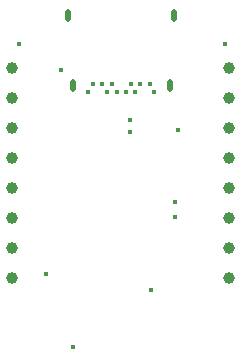
<source format=gbr>
%TF.GenerationSoftware,KiCad,Pcbnew,8.0.7*%
%TF.CreationDate,2024-12-10T14:46:21+07:00*%
%TF.ProjectId,CH551G_DEVKIT_V0,43483535-3147-45f4-9445-564b49545f56,rev?*%
%TF.SameCoordinates,Original*%
%TF.FileFunction,Plated,1,2,PTH,Mixed*%
%TF.FilePolarity,Positive*%
%FSLAX46Y46*%
G04 Gerber Fmt 4.6, Leading zero omitted, Abs format (unit mm)*
G04 Created by KiCad (PCBNEW 8.0.7) date 2024-12-10 14:46:21*
%MOMM*%
%LPD*%
G01*
G04 APERTURE LIST*
%TA.AperFunction,ViaDrill*%
%ADD10C,0.400000*%
%TD*%
%TA.AperFunction,ComponentDrill*%
%ADD11C,0.400000*%
%TD*%
G04 aperture for slot hole*
%TA.AperFunction,ComponentDrill*%
%ADD12C,0.500000*%
%TD*%
%TA.AperFunction,ComponentDrill*%
%ADD13C,1.000000*%
%TD*%
G04 APERTURE END LIST*
D10*
X185547000Y-80213200D03*
X187833000Y-99644200D03*
X189103000Y-82372200D03*
X190119000Y-105867200D03*
X190119000Y-105867200D03*
X194924468Y-87629786D03*
X194945000Y-86629997D03*
X196723000Y-101041200D03*
X198755000Y-93548200D03*
X198755000Y-94818200D03*
X199009000Y-87452200D03*
X202946000Y-80213200D03*
D11*
%TO.C,J1*%
X191397000Y-84304200D03*
X191797000Y-83604200D03*
X192597000Y-83604200D03*
X192997000Y-84304200D03*
X193397000Y-83604200D03*
X193797000Y-84304200D03*
X194597000Y-84304200D03*
X194997000Y-83604200D03*
X195397000Y-84304200D03*
X195797000Y-83604200D03*
X196597000Y-83604200D03*
X196997000Y-84304200D03*
D12*
X189707000Y-77454200D02*
X189707000Y-78054200D01*
X190067000Y-83404200D02*
X190067000Y-84004200D01*
X198327000Y-83404200D02*
X198327000Y-84004200D01*
X198687000Y-77454200D02*
X198687000Y-78054200D01*
D13*
%TO.C,J2*%
X184912000Y-82275200D03*
X184912000Y-84815200D03*
X184912000Y-87355200D03*
X184912000Y-89895200D03*
X184912000Y-92435200D03*
X184912000Y-94975200D03*
X184912000Y-97515200D03*
X184912000Y-100055200D03*
%TO.C,J3*%
X203327000Y-82245200D03*
X203327000Y-84785200D03*
X203327000Y-87325200D03*
X203327000Y-89865200D03*
X203327000Y-92405200D03*
X203327000Y-94945200D03*
X203327000Y-97485200D03*
X203327000Y-100025200D03*
M02*

</source>
